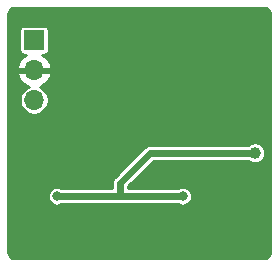
<source format=gbl>
G04 #@! TF.GenerationSoftware,KiCad,Pcbnew,(5.1.10)-1*
G04 #@! TF.CreationDate,2021-07-21T20:41:20-04:00*
G04 #@! TF.ProjectId,entropy r2,656e7472-6f70-4792-9072-322e6b696361,rev?*
G04 #@! TF.SameCoordinates,Original*
G04 #@! TF.FileFunction,Copper,L2,Bot*
G04 #@! TF.FilePolarity,Positive*
%FSLAX46Y46*%
G04 Gerber Fmt 4.6, Leading zero omitted, Abs format (unit mm)*
G04 Created by KiCad (PCBNEW (5.1.10)-1) date 2021-07-21 20:41:20*
%MOMM*%
%LPD*%
G01*
G04 APERTURE LIST*
G04 #@! TA.AperFunction,ComponentPad*
%ADD10O,1.700000X1.700000*%
G04 #@! TD*
G04 #@! TA.AperFunction,ComponentPad*
%ADD11R,1.700000X1.700000*%
G04 #@! TD*
G04 #@! TA.AperFunction,ComponentPad*
%ADD12C,1.000000*%
G04 #@! TD*
G04 #@! TA.AperFunction,ViaPad*
%ADD13C,0.800000*%
G04 #@! TD*
G04 #@! TA.AperFunction,Conductor*
%ADD14C,0.609600*%
G04 #@! TD*
G04 #@! TA.AperFunction,Conductor*
%ADD15C,0.254000*%
G04 #@! TD*
G04 #@! TA.AperFunction,Conductor*
%ADD16C,0.100000*%
G04 #@! TD*
G04 APERTURE END LIST*
D10*
X135600000Y-69215000D03*
X135600000Y-66675000D03*
D11*
X135600000Y-64135000D03*
D12*
X154305000Y-73660000D03*
D13*
X139065000Y-69850000D03*
X148082000Y-64516000D03*
X141732000Y-62992000D03*
X142875000Y-79375000D03*
X140462000Y-75692000D03*
X145288000Y-75438000D03*
X148082000Y-75184000D03*
X154432000Y-62992000D03*
X148844000Y-70104000D03*
X152654000Y-72390000D03*
X147828000Y-72136000D03*
X135636000Y-70866000D03*
X145288000Y-65532000D03*
X137414000Y-68834000D03*
X139954000Y-64516000D03*
X138176000Y-66294000D03*
X134000000Y-62000000D03*
X155000000Y-62000000D03*
X134000000Y-82000000D03*
X155000000Y-82000000D03*
X137527000Y-77357000D03*
X148195000Y-77357000D03*
D14*
X137527000Y-77357000D02*
X142889000Y-77357000D01*
X142889000Y-77357000D02*
X148195000Y-77357000D01*
X142889000Y-77357000D02*
X142889000Y-76214000D01*
X145443000Y-73660000D02*
X142889000Y-76214000D01*
X154305000Y-73660000D02*
X145443000Y-73660000D01*
D15*
X155114994Y-61419222D02*
X155225614Y-61452620D01*
X155327639Y-61506868D01*
X155417179Y-61579895D01*
X155490833Y-61668925D01*
X155545792Y-61770572D01*
X155579960Y-61880949D01*
X155594000Y-62014528D01*
X155594001Y-81980136D01*
X155580778Y-82114994D01*
X155547379Y-82225615D01*
X155493132Y-82327639D01*
X155420106Y-82417179D01*
X155331072Y-82490834D01*
X155229428Y-82545792D01*
X155119051Y-82579960D01*
X154985472Y-82594000D01*
X134019854Y-82594000D01*
X133885006Y-82580778D01*
X133774385Y-82547379D01*
X133672361Y-82493132D01*
X133582821Y-82420106D01*
X133509166Y-82331072D01*
X133454208Y-82229428D01*
X133420040Y-82119051D01*
X133406000Y-81985472D01*
X133406000Y-77280078D01*
X136746000Y-77280078D01*
X136746000Y-77433922D01*
X136776013Y-77584809D01*
X136834887Y-77726942D01*
X136920358Y-77854859D01*
X137029141Y-77963642D01*
X137157058Y-78049113D01*
X137299191Y-78107987D01*
X137450078Y-78138000D01*
X137603922Y-78138000D01*
X137754809Y-78107987D01*
X137896942Y-78049113D01*
X137906390Y-78042800D01*
X142855311Y-78042800D01*
X142889000Y-78046118D01*
X142922688Y-78042800D01*
X147815610Y-78042800D01*
X147825058Y-78049113D01*
X147967191Y-78107987D01*
X148118078Y-78138000D01*
X148271922Y-78138000D01*
X148422809Y-78107987D01*
X148564942Y-78049113D01*
X148692859Y-77963642D01*
X148801642Y-77854859D01*
X148887113Y-77726942D01*
X148945987Y-77584809D01*
X148976000Y-77433922D01*
X148976000Y-77280078D01*
X148945987Y-77129191D01*
X148887113Y-76987058D01*
X148801642Y-76859141D01*
X148692859Y-76750358D01*
X148564942Y-76664887D01*
X148422809Y-76606013D01*
X148271922Y-76576000D01*
X148118078Y-76576000D01*
X147967191Y-76606013D01*
X147825058Y-76664887D01*
X147815610Y-76671200D01*
X143574800Y-76671200D01*
X143574800Y-76498067D01*
X145727068Y-74345800D01*
X153745613Y-74345800D01*
X153887690Y-74440732D01*
X154048022Y-74507144D01*
X154218229Y-74541000D01*
X154391771Y-74541000D01*
X154561978Y-74507144D01*
X154722310Y-74440732D01*
X154866605Y-74344318D01*
X154989318Y-74221605D01*
X155085732Y-74077310D01*
X155152144Y-73916978D01*
X155186000Y-73746771D01*
X155186000Y-73573229D01*
X155152144Y-73403022D01*
X155085732Y-73242690D01*
X154989318Y-73098395D01*
X154866605Y-72975682D01*
X154722310Y-72879268D01*
X154561978Y-72812856D01*
X154391771Y-72779000D01*
X154218229Y-72779000D01*
X154048022Y-72812856D01*
X153887690Y-72879268D01*
X153745613Y-72974200D01*
X145476678Y-72974200D01*
X145442999Y-72970883D01*
X145409320Y-72974200D01*
X145409311Y-72974200D01*
X145308560Y-72984123D01*
X145179286Y-73023338D01*
X145075529Y-73078797D01*
X145060145Y-73087020D01*
X145046285Y-73098395D01*
X144955720Y-73172720D01*
X144934247Y-73198885D01*
X142427886Y-75705247D01*
X142401721Y-75726720D01*
X142380248Y-75752885D01*
X142380245Y-75752888D01*
X142316020Y-75831147D01*
X142252339Y-75950286D01*
X142213124Y-76079560D01*
X142199883Y-76214000D01*
X142203201Y-76247688D01*
X142203201Y-76671200D01*
X137906390Y-76671200D01*
X137896942Y-76664887D01*
X137754809Y-76606013D01*
X137603922Y-76576000D01*
X137450078Y-76576000D01*
X137299191Y-76606013D01*
X137157058Y-76664887D01*
X137029141Y-76750358D01*
X136920358Y-76859141D01*
X136834887Y-76987058D01*
X136776013Y-77129191D01*
X136746000Y-77280078D01*
X133406000Y-77280078D01*
X133406000Y-67031890D01*
X134158524Y-67031890D01*
X134203175Y-67179099D01*
X134328359Y-67441920D01*
X134502412Y-67675269D01*
X134718645Y-67870178D01*
X134968748Y-68019157D01*
X135131168Y-68076772D01*
X135016903Y-68124102D01*
X134815283Y-68258820D01*
X134643820Y-68430283D01*
X134509102Y-68631903D01*
X134416307Y-68855931D01*
X134369000Y-69093757D01*
X134369000Y-69336243D01*
X134416307Y-69574069D01*
X134509102Y-69798097D01*
X134643820Y-69999717D01*
X134815283Y-70171180D01*
X135016903Y-70305898D01*
X135240931Y-70398693D01*
X135478757Y-70446000D01*
X135721243Y-70446000D01*
X135959069Y-70398693D01*
X136183097Y-70305898D01*
X136384717Y-70171180D01*
X136556180Y-69999717D01*
X136690898Y-69798097D01*
X136783693Y-69574069D01*
X136831000Y-69336243D01*
X136831000Y-69093757D01*
X136783693Y-68855931D01*
X136690898Y-68631903D01*
X136556180Y-68430283D01*
X136384717Y-68258820D01*
X136183097Y-68124102D01*
X136068832Y-68076772D01*
X136231252Y-68019157D01*
X136481355Y-67870178D01*
X136697588Y-67675269D01*
X136871641Y-67441920D01*
X136996825Y-67179099D01*
X137041476Y-67031890D01*
X136920155Y-66802000D01*
X135727000Y-66802000D01*
X135727000Y-66822000D01*
X135473000Y-66822000D01*
X135473000Y-66802000D01*
X134279845Y-66802000D01*
X134158524Y-67031890D01*
X133406000Y-67031890D01*
X133406000Y-66318110D01*
X134158524Y-66318110D01*
X134279845Y-66548000D01*
X135473000Y-66548000D01*
X135473000Y-66528000D01*
X135727000Y-66528000D01*
X135727000Y-66548000D01*
X136920155Y-66548000D01*
X137041476Y-66318110D01*
X136996825Y-66170901D01*
X136871641Y-65908080D01*
X136697588Y-65674731D01*
X136481355Y-65479822D01*
X136293367Y-65367843D01*
X136450000Y-65367843D01*
X136524689Y-65360487D01*
X136596508Y-65338701D01*
X136662696Y-65303322D01*
X136720711Y-65255711D01*
X136768322Y-65197696D01*
X136803701Y-65131508D01*
X136825487Y-65059689D01*
X136832843Y-64985000D01*
X136832843Y-63285000D01*
X136825487Y-63210311D01*
X136803701Y-63138492D01*
X136768322Y-63072304D01*
X136720711Y-63014289D01*
X136662696Y-62966678D01*
X136596508Y-62931299D01*
X136524689Y-62909513D01*
X136450000Y-62902157D01*
X134750000Y-62902157D01*
X134675311Y-62909513D01*
X134603492Y-62931299D01*
X134537304Y-62966678D01*
X134479289Y-63014289D01*
X134431678Y-63072304D01*
X134396299Y-63138492D01*
X134374513Y-63210311D01*
X134367157Y-63285000D01*
X134367157Y-64985000D01*
X134374513Y-65059689D01*
X134396299Y-65131508D01*
X134431678Y-65197696D01*
X134479289Y-65255711D01*
X134537304Y-65303322D01*
X134603492Y-65338701D01*
X134675311Y-65360487D01*
X134750000Y-65367843D01*
X134906633Y-65367843D01*
X134718645Y-65479822D01*
X134502412Y-65674731D01*
X134328359Y-65908080D01*
X134203175Y-66170901D01*
X134158524Y-66318110D01*
X133406000Y-66318110D01*
X133406000Y-62019854D01*
X133419222Y-61885006D01*
X133452620Y-61774386D01*
X133506868Y-61672361D01*
X133579895Y-61582821D01*
X133668925Y-61509167D01*
X133770572Y-61454208D01*
X133880949Y-61420040D01*
X134014528Y-61406000D01*
X154980146Y-61406000D01*
X155114994Y-61419222D01*
G04 #@! TA.AperFunction,Conductor*
D16*
G36*
X155114994Y-61419222D02*
G01*
X155225614Y-61452620D01*
X155327639Y-61506868D01*
X155417179Y-61579895D01*
X155490833Y-61668925D01*
X155545792Y-61770572D01*
X155579960Y-61880949D01*
X155594000Y-62014528D01*
X155594001Y-81980136D01*
X155580778Y-82114994D01*
X155547379Y-82225615D01*
X155493132Y-82327639D01*
X155420106Y-82417179D01*
X155331072Y-82490834D01*
X155229428Y-82545792D01*
X155119051Y-82579960D01*
X154985472Y-82594000D01*
X134019854Y-82594000D01*
X133885006Y-82580778D01*
X133774385Y-82547379D01*
X133672361Y-82493132D01*
X133582821Y-82420106D01*
X133509166Y-82331072D01*
X133454208Y-82229428D01*
X133420040Y-82119051D01*
X133406000Y-81985472D01*
X133406000Y-77280078D01*
X136746000Y-77280078D01*
X136746000Y-77433922D01*
X136776013Y-77584809D01*
X136834887Y-77726942D01*
X136920358Y-77854859D01*
X137029141Y-77963642D01*
X137157058Y-78049113D01*
X137299191Y-78107987D01*
X137450078Y-78138000D01*
X137603922Y-78138000D01*
X137754809Y-78107987D01*
X137896942Y-78049113D01*
X137906390Y-78042800D01*
X142855311Y-78042800D01*
X142889000Y-78046118D01*
X142922688Y-78042800D01*
X147815610Y-78042800D01*
X147825058Y-78049113D01*
X147967191Y-78107987D01*
X148118078Y-78138000D01*
X148271922Y-78138000D01*
X148422809Y-78107987D01*
X148564942Y-78049113D01*
X148692859Y-77963642D01*
X148801642Y-77854859D01*
X148887113Y-77726942D01*
X148945987Y-77584809D01*
X148976000Y-77433922D01*
X148976000Y-77280078D01*
X148945987Y-77129191D01*
X148887113Y-76987058D01*
X148801642Y-76859141D01*
X148692859Y-76750358D01*
X148564942Y-76664887D01*
X148422809Y-76606013D01*
X148271922Y-76576000D01*
X148118078Y-76576000D01*
X147967191Y-76606013D01*
X147825058Y-76664887D01*
X147815610Y-76671200D01*
X143574800Y-76671200D01*
X143574800Y-76498067D01*
X145727068Y-74345800D01*
X153745613Y-74345800D01*
X153887690Y-74440732D01*
X154048022Y-74507144D01*
X154218229Y-74541000D01*
X154391771Y-74541000D01*
X154561978Y-74507144D01*
X154722310Y-74440732D01*
X154866605Y-74344318D01*
X154989318Y-74221605D01*
X155085732Y-74077310D01*
X155152144Y-73916978D01*
X155186000Y-73746771D01*
X155186000Y-73573229D01*
X155152144Y-73403022D01*
X155085732Y-73242690D01*
X154989318Y-73098395D01*
X154866605Y-72975682D01*
X154722310Y-72879268D01*
X154561978Y-72812856D01*
X154391771Y-72779000D01*
X154218229Y-72779000D01*
X154048022Y-72812856D01*
X153887690Y-72879268D01*
X153745613Y-72974200D01*
X145476678Y-72974200D01*
X145442999Y-72970883D01*
X145409320Y-72974200D01*
X145409311Y-72974200D01*
X145308560Y-72984123D01*
X145179286Y-73023338D01*
X145075529Y-73078797D01*
X145060145Y-73087020D01*
X145046285Y-73098395D01*
X144955720Y-73172720D01*
X144934247Y-73198885D01*
X142427886Y-75705247D01*
X142401721Y-75726720D01*
X142380248Y-75752885D01*
X142380245Y-75752888D01*
X142316020Y-75831147D01*
X142252339Y-75950286D01*
X142213124Y-76079560D01*
X142199883Y-76214000D01*
X142203201Y-76247688D01*
X142203201Y-76671200D01*
X137906390Y-76671200D01*
X137896942Y-76664887D01*
X137754809Y-76606013D01*
X137603922Y-76576000D01*
X137450078Y-76576000D01*
X137299191Y-76606013D01*
X137157058Y-76664887D01*
X137029141Y-76750358D01*
X136920358Y-76859141D01*
X136834887Y-76987058D01*
X136776013Y-77129191D01*
X136746000Y-77280078D01*
X133406000Y-77280078D01*
X133406000Y-67031890D01*
X134158524Y-67031890D01*
X134203175Y-67179099D01*
X134328359Y-67441920D01*
X134502412Y-67675269D01*
X134718645Y-67870178D01*
X134968748Y-68019157D01*
X135131168Y-68076772D01*
X135016903Y-68124102D01*
X134815283Y-68258820D01*
X134643820Y-68430283D01*
X134509102Y-68631903D01*
X134416307Y-68855931D01*
X134369000Y-69093757D01*
X134369000Y-69336243D01*
X134416307Y-69574069D01*
X134509102Y-69798097D01*
X134643820Y-69999717D01*
X134815283Y-70171180D01*
X135016903Y-70305898D01*
X135240931Y-70398693D01*
X135478757Y-70446000D01*
X135721243Y-70446000D01*
X135959069Y-70398693D01*
X136183097Y-70305898D01*
X136384717Y-70171180D01*
X136556180Y-69999717D01*
X136690898Y-69798097D01*
X136783693Y-69574069D01*
X136831000Y-69336243D01*
X136831000Y-69093757D01*
X136783693Y-68855931D01*
X136690898Y-68631903D01*
X136556180Y-68430283D01*
X136384717Y-68258820D01*
X136183097Y-68124102D01*
X136068832Y-68076772D01*
X136231252Y-68019157D01*
X136481355Y-67870178D01*
X136697588Y-67675269D01*
X136871641Y-67441920D01*
X136996825Y-67179099D01*
X137041476Y-67031890D01*
X136920155Y-66802000D01*
X135727000Y-66802000D01*
X135727000Y-66822000D01*
X135473000Y-66822000D01*
X135473000Y-66802000D01*
X134279845Y-66802000D01*
X134158524Y-67031890D01*
X133406000Y-67031890D01*
X133406000Y-66318110D01*
X134158524Y-66318110D01*
X134279845Y-66548000D01*
X135473000Y-66548000D01*
X135473000Y-66528000D01*
X135727000Y-66528000D01*
X135727000Y-66548000D01*
X136920155Y-66548000D01*
X137041476Y-66318110D01*
X136996825Y-66170901D01*
X136871641Y-65908080D01*
X136697588Y-65674731D01*
X136481355Y-65479822D01*
X136293367Y-65367843D01*
X136450000Y-65367843D01*
X136524689Y-65360487D01*
X136596508Y-65338701D01*
X136662696Y-65303322D01*
X136720711Y-65255711D01*
X136768322Y-65197696D01*
X136803701Y-65131508D01*
X136825487Y-65059689D01*
X136832843Y-64985000D01*
X136832843Y-63285000D01*
X136825487Y-63210311D01*
X136803701Y-63138492D01*
X136768322Y-63072304D01*
X136720711Y-63014289D01*
X136662696Y-62966678D01*
X136596508Y-62931299D01*
X136524689Y-62909513D01*
X136450000Y-62902157D01*
X134750000Y-62902157D01*
X134675311Y-62909513D01*
X134603492Y-62931299D01*
X134537304Y-62966678D01*
X134479289Y-63014289D01*
X134431678Y-63072304D01*
X134396299Y-63138492D01*
X134374513Y-63210311D01*
X134367157Y-63285000D01*
X134367157Y-64985000D01*
X134374513Y-65059689D01*
X134396299Y-65131508D01*
X134431678Y-65197696D01*
X134479289Y-65255711D01*
X134537304Y-65303322D01*
X134603492Y-65338701D01*
X134675311Y-65360487D01*
X134750000Y-65367843D01*
X134906633Y-65367843D01*
X134718645Y-65479822D01*
X134502412Y-65674731D01*
X134328359Y-65908080D01*
X134203175Y-66170901D01*
X134158524Y-66318110D01*
X133406000Y-66318110D01*
X133406000Y-62019854D01*
X133419222Y-61885006D01*
X133452620Y-61774386D01*
X133506868Y-61672361D01*
X133579895Y-61582821D01*
X133668925Y-61509167D01*
X133770572Y-61454208D01*
X133880949Y-61420040D01*
X134014528Y-61406000D01*
X154980146Y-61406000D01*
X155114994Y-61419222D01*
G37*
G04 #@! TD.AperFunction*
M02*

</source>
